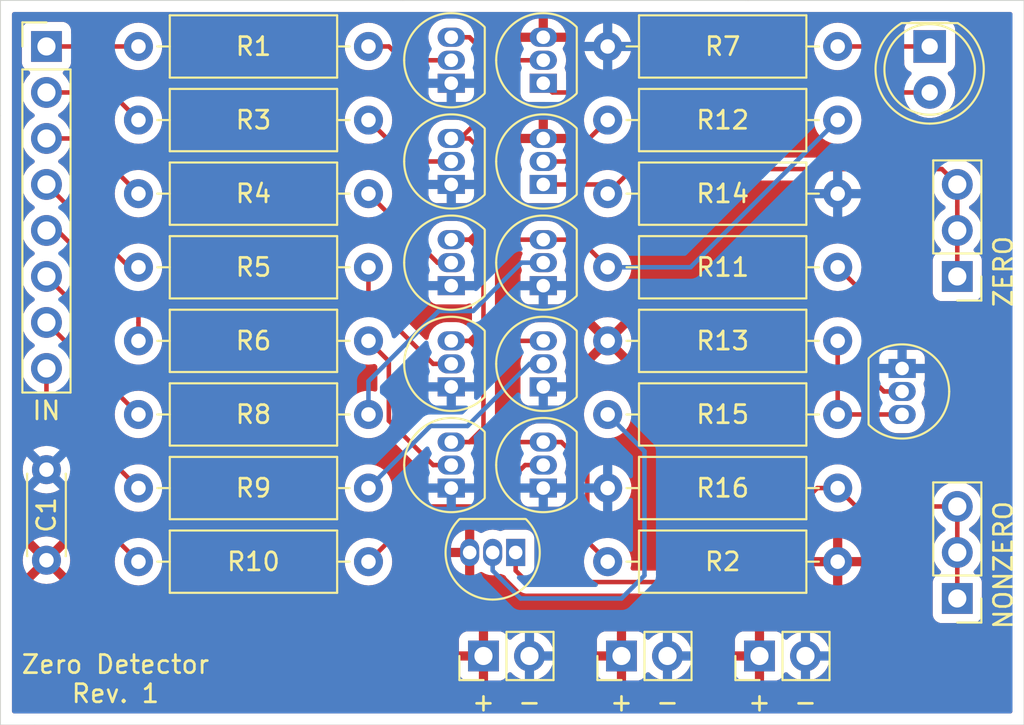
<source format=kicad_pcb>
(kicad_pcb (version 20221018) (generator pcbnew)
  (layers (0 "F.Cu" signal) (31 "B.Cu" signal) (34 "B.Paste" user) (35 "F.Paste" user) (36 "B.SilkS" user "B.Silkscreen") (37 "F.SilkS" user "F.Silkscreen") (38 "B.Mask" user) (39 "F.Mask" user) (44 "Edge.Cuts" user))
  (net 0 "")
  (net 1 "VCC")
  (net 2 "GND")
  (net 3 "Net-(D1-K)")
  (net 4 "Net-(D1-A)")
  (net 5 "Net-(J2-Pin_1)")
  (net 6 "Net-(J2-Pin_2)")
  (net 7 "Net-(J2-Pin_3)")
  (net 8 "Net-(J2-Pin_4)")
  (net 9 "Net-(J2-Pin_5)")
  (net 10 "Net-(J2-Pin_6)")
  (net 11 "Net-(J2-Pin_7)")
  (net 12 "Net-(J2-Pin_8)")
  (net 13 "Net-(J5-Pin_1)")
  (net 14 "Net-(J6-Pin_1)")
  (net 15 "Net-(Q1-C)")
  (net 16 "Net-(Q1-B)")
  (net 17 "Net-(Q2-B)")
  (net 18 "Net-(Q3-B)")
  (net 19 "Net-(Q4-B)")
  (net 20 "Net-(Q6-B)")
  (net 21 "Net-(Q7-B)")
  (net 22 "Net-(Q8-B)")
  (net 23 "Net-(Q9-B)")
  (net 24 "Net-(Q10-B)")
  (net 25 "Net-(Q10-C)")
  (net 26 "Net-(Q11-B)")
  (net 27 "Net-(Q12-B)")
  (footprint "Capacitor_THT:C_Disc_D4.3mm_W1.9mm_P5.00mm" (layer "F.Cu") (at 76.2 79.168 90)
    (fp_text reference "C1" (at 2.5 0 90) (layer "F.SilkS"))
    (fp_text value "0.1uF")
    (fp_line (start 0.23 -1.07) (end 0.23 -1.055) (stroke (width 0.12)) (layer "F.SilkS"))
    (fp_line (start 0.23 -1.07) (end 4.77 -1.07) (stroke (width 0.12)) (layer "F.SilkS"))
    (fp_line (start 0.23 1.055) (end 0.23 1.07) (stroke (width 0.12)) (layer "F.SilkS"))
    (fp_line (start 0.23 1.07) (end 4.77 1.07) (stroke (width 0.12)) (layer "F.SilkS"))
    (fp_line (start 4.77 -1.07) (end 4.77 -1.055) (stroke (width 0.12)) (layer "F.SilkS"))
    (fp_line (start 4.77 1.055) (end 4.77 1.07) (stroke (width 0.12)) (layer "F.SilkS"))
    (pad "1" thru_hole circle (at 0 0 90) (size 1.6 1.6) (drill 0.8) (layers "*.Cu" "*.Mask") (net 1 "VCC"))
    (pad "2" thru_hole circle (at 5 0 90) (size 1.6 1.6) (drill 0.8) (layers "*.Cu" "*.Mask") (net 2 "GND"))
  )
  (footprint "LED_THT:LED_D5.0mm" (layer "F.Cu") (at 124.968 50.8 -90)
    (fp_text reference "D1" hide)
    (fp_text value "LED" hide)
    (fp_line (start -1.29 -1.545) (end -1.29 1.545) (stroke (width 0.12)) (layer "F.SilkS"))
    (fp_arc (start -1.29 -1.54483) (mid 2.072002 -2.880433) (end 4.26 0.000462) (stroke (width 0.12)) (layer "F.SilkS"))
    (fp_arc (start 4.26 -0.000462) (mid 2.072002 2.880433) (end -1.29 1.54483) (stroke (width 0.12)) (layer "F.SilkS"))
    (fp_circle (center 1.27 0) (end 3.77 0) (stroke (width 0.12)) (fill none) (layer "F.SilkS"))
    (pad "1" thru_hole rect (at 0 0 270) (size 1.8 1.8) (drill 0.9) (layers "*.Cu" "*.Mask") (net 3 "Net-(D1-K)"))
    (pad "2" thru_hole circle (at 2.54 0 270) (size 1.8 1.8) (drill 0.9) (layers "*.Cu" "*.Mask") (net 4 "Net-(D1-A)"))
  )
  (footprint "Connector_PinHeader_2.54mm:PinHeader_1x02_P2.54mm_Vertical" (layer "F.Cu") (at 107.95 84.455 90)
    (fp_text reference "J1" hide)
    (fp_text value "POWER" hide)
    (fp_line (start -1.33 -1.33) (end 0 -1.33) (stroke (width 0.12)) (layer "F.SilkS"))
    (fp_line (start -1.33 0) (end -1.33 -1.33) (stroke (width 0.12)) (layer "F.SilkS"))
    (fp_line (start -1.33 1.27) (end -1.33 3.87) (stroke (width 0.12)) (layer "F.SilkS"))
    (fp_line (start -1.33 1.27) (end 1.33 1.27) (stroke (width 0.12)) (layer "F.SilkS"))
    (fp_line (start -1.33 3.87) (end 1.33 3.87) (stroke (width 0.12)) (layer "F.SilkS"))
    (fp_line (start 1.33 1.27) (end 1.33 3.87) (stroke (width 0.12)) (layer "F.SilkS"))
    (pad "1" thru_hole rect (at 0 0 90) (size 1.7 1.7) (drill 1) (layers "*.Cu" "*.Mask") (net 1 "VCC"))
    (pad "2" thru_hole oval (at 0 2.54 90) (size 1.7 1.7) (drill 1) (layers "*.Cu" "*.Mask") (net 2 "GND"))
  )
  (footprint "Connector_PinHeader_2.54mm:PinHeader_1x02_P2.54mm_Vertical" (layer "F.Cu") (at 115.57 84.455 90)
    (fp_text reference "J3" hide)
    (fp_text value "POWER" hide)
    (fp_line (start -1.33 -1.33) (end 0 -1.33) (stroke (width 0.12)) (layer "F.SilkS"))
    (fp_line (start -1.33 0) (end -1.33 -1.33) (stroke (width 0.12)) (layer "F.SilkS"))
    (fp_line (start -1.33 1.27) (end -1.33 3.87) (stroke (width 0.12)) (layer "F.SilkS"))
    (fp_line (start -1.33 1.27) (end 1.33 1.27) (stroke (width 0.12)) (layer "F.SilkS"))
    (fp_line (start -1.33 3.87) (end 1.33 3.87) (stroke (width 0.12)) (layer "F.SilkS"))
    (fp_line (start 1.33 1.27) (end 1.33 3.87) (stroke (width 0.12)) (layer "F.SilkS"))
    (pad "1" thru_hole rect (at 0 0 90) (size 1.7 1.7) (drill 1) (layers "*.Cu" "*.Mask") (net 1 "VCC"))
    (pad "2" thru_hole oval (at 0 2.54 90) (size 1.7 1.7) (drill 1) (layers "*.Cu" "*.Mask") (net 2 "GND"))
  )
  (footprint "Connector_PinHeader_2.54mm:PinHeader_1x02_P2.54mm_Vertical" (layer "F.Cu") (at 100.33 84.455 90)
    (fp_text reference "J4" hide)
    (fp_text value "POWER" hide)
    (fp_line (start -1.33 -1.33) (end 0 -1.33) (stroke (width 0.12)) (layer "F.SilkS"))
    (fp_line (start -1.33 0) (end -1.33 -1.33) (stroke (width 0.12)) (layer "F.SilkS"))
    (fp_line (start -1.33 1.27) (end -1.33 3.87) (stroke (width 0.12)) (layer "F.SilkS"))
    (fp_line (start -1.33 1.27) (end 1.33 1.27) (stroke (width 0.12)) (layer "F.SilkS"))
    (fp_line (start -1.33 3.87) (end 1.33 3.87) (stroke (width 0.12)) (layer "F.SilkS"))
    (fp_line (start 1.33 1.27) (end 1.33 3.87) (stroke (width 0.12)) (layer "F.SilkS"))
    (pad "1" thru_hole rect (at 0 0 90) (size 1.7 1.7) (drill 1) (layers "*.Cu" "*.Mask") (net 1 "VCC"))
    (pad "2" thru_hole oval (at 0 2.54 90) (size 1.7 1.7) (drill 1) (layers "*.Cu" "*.Mask") (net 2 "GND"))
  )
  (footprint "Package_TO_SOT_THT:TO-92_Inline" (layer "F.Cu") (at 98.552 58.42 90)
    (fp_text reference "Q1" hide)
    (fp_text value "2N2222" hide)
    (fp_line (start -0.53 1.85) (end 3.07 1.85) (stroke (width 0.12)) (layer "F.SilkS"))
    (fp_arc (start -0.568478 1.838478) (mid -1.132087 -0.994977) (end 1.27 -2.6) (stroke (width 0.12)) (layer "F.SilkS"))
    (fp_arc (start 1.27 -2.6) (mid 3.672087 -0.994977) (end 3.108478 1.838478) (stroke (width 0.12)) (layer "F.SilkS"))
    (pad "1" thru_hole rect (at 0 0 90) (size 1.05 1.5) (drill 0.75) (layers "*.Cu" "*.Mask") (net 2 "GND"))
    (pad "2" thru_hole oval (at 1.27 0 90) (size 1.05 1.5) (drill 0.75) (layers "*.Cu" "*.Mask") (net 16 "Net-(Q1-B)"))
    (pad "3" thru_hole oval (at 2.54 0 90) (size 1.05 1.5) (drill 0.75) (layers "*.Cu" "*.Mask") (net 15 "Net-(Q1-C)"))
  )
  (footprint "Package_TO_SOT_THT:TO-92_Inline" (layer "F.Cu") (at 98.552 52.832 90)
    (fp_text reference "Q2" hide)
    (fp_text value "2N2222" hide)
    (fp_line (start -0.53 1.85) (end 3.07 1.85) (stroke (width 0.12)) (layer "F.SilkS"))
    (fp_arc (start -0.568478 1.838478) (mid -1.132087 -0.994977) (end 1.27 -2.6) (stroke (width 0.12)) (layer "F.SilkS"))
    (fp_arc (start 1.27 -2.6) (mid 3.672087 -0.994977) (end 3.108478 1.838478) (stroke (width 0.12)) (layer "F.SilkS"))
    (pad "1" thru_hole rect (at 0 0 90) (size 1.05 1.5) (drill 0.75) (layers "*.Cu" "*.Mask") (net 2 "GND"))
    (pad "2" thru_hole oval (at 1.27 0 90) (size 1.05 1.5) (drill 0.75) (layers "*.Cu" "*.Mask") (net 17 "Net-(Q2-B)"))
    (pad "3" thru_hole oval (at 2.54 0 90) (size 1.05 1.5) (drill 0.75) (layers "*.Cu" "*.Mask") (net 15 "Net-(Q1-C)"))
  )
  (footprint "Package_TO_SOT_THT:TO-92_Inline" (layer "F.Cu") (at 98.552 64.008 90)
    (fp_text reference "Q3" hide)
    (fp_text value "2N2222" hide)
    (fp_line (start -0.53 1.85) (end 3.07 1.85) (stroke (width 0.12)) (layer "F.SilkS"))
    (fp_arc (start -0.568478 1.838478) (mid -1.132087 -0.994977) (end 1.27 -2.6) (stroke (width 0.12)) (layer "F.SilkS"))
    (fp_arc (start 1.27 -2.6) (mid 3.672087 -0.994977) (end 3.108478 1.838478) (stroke (width 0.12)) (layer "F.SilkS"))
    (pad "1" thru_hole rect (at 0 0 90) (size 1.05 1.5) (drill 0.75) (layers "*.Cu" "*.Mask") (net 2 "GND"))
    (pad "2" thru_hole oval (at 1.27 0 90) (size 1.05 1.5) (drill 0.75) (layers "*.Cu" "*.Mask") (net 18 "Net-(Q3-B)"))
    (pad "3" thru_hole oval (at 2.54 0 90) (size 1.05 1.5) (drill 0.75) (layers "*.Cu" "*.Mask") (net 15 "Net-(Q1-C)"))
  )
  (footprint "Package_TO_SOT_THT:TO-92_Inline" (layer "F.Cu") (at 98.552 69.596 90)
    (fp_text reference "Q4" hide)
    (fp_text value "2N2222" hide)
    (fp_line (start -0.53 1.85) (end 3.07 1.85) (stroke (width 0.12)) (layer "F.SilkS"))
    (fp_arc (start -0.568478 1.838478) (mid -1.132087 -0.994977) (end 1.27 -2.6) (stroke (width 0.12)) (layer "F.SilkS"))
    (fp_arc (start 1.27 -2.6) (mid 3.672087 -0.994977) (end 3.108478 1.838478) (stroke (width 0.12)) (layer "F.SilkS"))
    (pad "1" thru_hole rect (at 0 0 90) (size 1.05 1.5) (drill 0.75) (layers "*.Cu" "*.Mask") (net 2 "GND"))
    (pad "2" thru_hole oval (at 1.27 0 90) (size 1.05 1.5) (drill 0.75) (layers "*.Cu" "*.Mask") (net 19 "Net-(Q4-B)"))
    (pad "3" thru_hole oval (at 2.54 0 90) (size 1.05 1.5) (drill 0.75) (layers "*.Cu" "*.Mask") (net 15 "Net-(Q1-C)"))
  )
  (footprint "Package_TO_SOT_THT:TO-92_Inline" (layer "F.Cu") (at 103.632 52.832 90)
    (fp_text reference "Q5" hide)
    (fp_text value "2N2222" hide)
    (fp_line (start -0.53 1.85) (end 3.07 1.85) (stroke (width 0.12)) (layer "F.SilkS"))
    (fp_arc (start -0.568478 1.838478) (mid -1.132087 -0.994977) (end 1.27 -2.6) (stroke (width 0.12)) (layer "F.SilkS"))
    (fp_arc (start 1.27 -2.6) (mid 3.672087 -0.994977) (end 3.108478 1.838478) (stroke (width 0.12)) (layer "F.SilkS"))
    (pad "1" thru_hole rect (at 0 0 90) (size 1.05 1.5) (drill 0.75) (layers "*.Cu" "*.Mask") (net 4 "Net-(D1-A)"))
    (pad "2" thru_hole oval (at 1.27 0 90) (size 1.05 1.5) (drill 0.75) (layers "*.Cu" "*.Mask") (net 15 "Net-(Q1-C)"))
    (pad "3" thru_hole oval (at 2.54 0 90) (size 1.05 1.5) (drill 0.75) (layers "*.Cu" "*.Mask") (net 1 "VCC"))
  )
  (footprint "Package_TO_SOT_THT:TO-92_Inline" (layer "F.Cu") (at 98.552 75.184 90)
    (fp_text reference "Q6" hide)
    (fp_text value "2N2222" hide)
    (fp_line (start -0.53 1.85) (end 3.07 1.85) (stroke (width 0.12)) (layer "F.SilkS"))
    (fp_arc (start -0.568478 1.838478) (mid -1.132087 -0.994977) (end 1.27 -2.6) (stroke (width 0.12)) (layer "F.SilkS"))
    (fp_arc (start 1.27 -2.6) (mid 3.672087 -0.994977) (end 3.108478 1.838478) (stroke (width 0.12)) (layer "F.SilkS"))
    (pad "1" thru_hole rect (at 0 0 90) (size 1.05 1.5) (drill 0.75) (layers "*.Cu" "*.Mask") (net 2 "GND"))
    (pad "2" thru_hole oval (at 1.27 0 90) (size 1.05 1.5) (drill 0.75) (layers "*.Cu" "*.Mask") (net 20 "Net-(Q6-B)"))
    (pad "3" thru_hole oval (at 2.54 0 90) (size 1.05 1.5) (drill 0.75) (layers "*.Cu" "*.Mask") (net 15 "Net-(Q1-C)"))
  )
  (footprint "Package_TO_SOT_THT:TO-92_Inline" (layer "F.Cu") (at 103.632 64.008 90)
    (fp_text reference "Q7" hide)
    (fp_text value "2N2222" hide)
    (fp_line (start -0.53 1.85) (end 3.07 1.85) (stroke (width 0.12)) (layer "F.SilkS"))
    (fp_arc (start -0.568478 1.838478) (mid -1.132087 -0.994977) (end 1.27 -2.6) (stroke (width 0.12)) (layer "F.SilkS"))
    (fp_arc (start 1.27 -2.6) (mid 3.672087 -0.994977) (end 3.108478 1.838478) (stroke (width 0.12)) (layer "F.SilkS"))
    (pad "1" thru_hole rect (at 0 0 90) (size 1.05 1.5) (drill 0.75) (layers "*.Cu" "*.Mask") (net 2 "GND"))
    (pad "2" thru_hole oval (at 1.27 0 90) (size 1.05 1.5) (drill 0.75) (layers "*.Cu" "*.Mask") (net 21 "Net-(Q7-B)"))
    (pad "3" thru_hole oval (at 2.54 0 90) (size 1.05 1.5) (drill 0.75) (layers "*.Cu" "*.Mask") (net 15 "Net-(Q1-C)"))
  )
  (footprint "Package_TO_SOT_THT:TO-92_Inline" (layer "F.Cu") (at 103.632 69.596 90)
    (fp_text reference "Q8" hide)
    (fp_text value "2N2222" hide)
    (fp_line (start -0.53 1.85) (end 3.07 1.85) (stroke (width 0.12)) (layer "F.SilkS"))
    (fp_arc (start -0.568478 1.838478) (mid -1.132087 -0.994977) (end 1.27 -2.6) (stroke (width 0.12)) (layer "F.SilkS"))
    (fp_arc (start 1.27 -2.6) (mid 3.672087 -0.994977) (end 3.108478 1.838478) (stroke (width 0.12)) (layer "F.SilkS"))
    (pad "1" thru_hole rect (at 0 0 90) (size 1.05 1.5) (drill 0.75) (layers "*.Cu" "*.Mask") (net 2 "GND"))
    (pad "2" thru_hole oval (at 1.27 0 90) (size 1.05 1.5) (drill 0.75) (layers "*.Cu" "*.Mask") (net 22 "Net-(Q8-B)"))
    (pad "3" thru_hole oval (at 2.54 0 90) (size 1.05 1.5) (drill 0.75) (layers "*.Cu" "*.Mask") (net 15 "Net-(Q1-C)"))
  )
  (footprint "Package_TO_SOT_THT:TO-92_Inline" (layer "F.Cu") (at 103.632 75.184 90)
    (fp_text reference "Q9" hide)
    (fp_text value "2N2222" hide)
    (fp_line (start -0.53 1.85) (end 3.07 1.85) (stroke (width 0.12)) (layer "F.SilkS"))
    (fp_arc (start -0.568478 1.838478) (mid -1.132087 -0.994977) (end 1.27 -2.6) (stroke (width 0.12)) (layer "F.SilkS"))
    (fp_arc (start 1.27 -2.6) (mid 3.672087 -0.994977) (end 3.108478 1.838478) (stroke (width 0.12)) (layer "F.SilkS"))
    (pad "1" thru_hole rect (at 0 0 90) (size 1.05 1.5) (drill 0.75) (layers "*.Cu" "*.Mask") (net 2 "GND"))
    (pad "2" thru_hole oval (at 1.27 0 90) (size 1.05 1.5) (drill 0.75) (layers "*.Cu" "*.Mask") (net 23 "Net-(Q9-B)"))
    (pad "3" thru_hole oval (at 2.54 0 90) (size 1.05 1.5) (drill 0.75) (layers "*.Cu" "*.Mask") (net 15 "Net-(Q1-C)"))
  )
  (footprint "Package_TO_SOT_THT:TO-92_Inline" (layer "F.Cu") (at 123.444 68.58 -90)
    (fp_text reference "Q10" hide)
    (fp_text value "2N2222" hide)
    (fp_line (start -0.53 1.85) (end 3.07 1.85) (stroke (width 0.12)) (layer "F.SilkS"))
    (fp_arc (start -0.568478 1.838478) (mid -1.132087 -0.994977) (end 1.27 -2.6) (stroke (width 0.12)) (layer "F.SilkS"))
    (fp_arc (start 1.27 -2.6) (mid 3.672087 -0.994977) (end 3.108478 1.838478) (stroke (width 0.12)) (layer "F.SilkS"))
    (pad "1" thru_hole rect (at 0 0 270) (size 1.05 1.5) (drill 0.75) (layers "*.Cu" "*.Mask") (net 2 "GND"))
    (pad "2" thru_hole oval (at 1.27 0 270) (size 1.05 1.5) (drill 0.75) (layers "*.Cu" "*.Mask") (net 24 "Net-(Q10-B)"))
    (pad "3" thru_hole oval (at 2.54 0 270) (size 1.05 1.5) (drill 0.75) (layers "*.Cu" "*.Mask") (net 25 "Net-(Q10-C)"))
  )
  (footprint "Package_TO_SOT_THT:TO-92_Inline" (layer "F.Cu") (at 103.632 58.42 90)
    (fp_text reference "Q11" hide)
    (fp_text value "2N2222" hide)
    (fp_line (start -0.53 1.85) (end 3.07 1.85) (stroke (width 0.12)) (layer "F.SilkS"))
    (fp_arc (start -0.568478 1.838478) (mid -1.132087 -0.994977) (end 1.27 -2.6) (stroke (width 0.12)) (layer "F.SilkS"))
    (fp_arc (start 1.27 -2.6) (mid 3.672087 -0.994977) (end 3.108478 1.838478) (stroke (width 0.12)) (layer "F.SilkS"))
    (pad "1" thru_hole rect (at 0 0 90) (size 1.05 1.5) (drill 0.75) (layers "*.Cu" "*.Mask") (net 13 "Net-(J5-Pin_1)"))
    (pad "2" thru_hole oval (at 1.27 0 90) (size 1.05 1.5) (drill 0.75) (layers "*.Cu" "*.Mask") (net 26 "Net-(Q11-B)"))
    (pad "3" thru_hole oval (at 2.54 0 90) (size 1.05 1.5) (drill 0.75) (layers "*.Cu" "*.Mask") (net 1 "VCC"))
  )
  (footprint "Package_TO_SOT_THT:TO-92_Inline" (layer "F.Cu") (at 102.108 78.74 180)
    (fp_text reference "Q12" hide)
    (fp_text value "2N2222" hide)
    (fp_line (start -0.53 1.85) (end 3.07 1.85) (stroke (width 0.12)) (layer "F.SilkS"))
    (fp_arc (start -0.568478 1.838478) (mid -1.132087 -0.994977) (end 1.27 -2.6) (stroke (width 0.12)) (layer "F.SilkS"))
    (fp_arc (start 1.27 -2.6) (mid 3.672087 -0.994977) (end 3.108478 1.838478) (stroke (width 0.12)) (layer "F.SilkS"))
    (pad "1" thru_hole rect (at 0 0 180) (size 1.05 1.5) (drill 0.75) (layers "*.Cu" "*.Mask") (net 14 "Net-(J6-Pin_1)"))
    (pad "2" thru_hole oval (at 1.27 0 180) (size 1.05 1.5) (drill 0.75) (layers "*.Cu" "*.Mask") (net 27 "Net-(Q12-B)"))
    (pad "3" thru_hole oval (at 2.54 0 180) (size 1.05 1.5) (drill 0.75) (layers "*.Cu" "*.Mask") (net 1 "VCC"))
  )
  (footprint "Resistor_THT:R_Axial_DIN0309_L9.0mm_D3.2mm_P12.70mm_Horizontal" (layer "F.Cu") (at 107.188 79.248)
    (fp_text reference "R2" (at 6.35 0) (layer "F.SilkS"))
    (fp_text value "1K")
    (fp_line (start 1.04 0) (end 1.73 0) (stroke (width 0.12)) (layer "F.SilkS"))
    (fp_line (start 1.73 -1.72) (end 1.73 1.72) (stroke (width 0.12)) (layer "F.SilkS"))
    (fp_line (start 1.73 1.72) (end 10.97 1.72) (stroke (width 0.12)) (layer "F.SilkS"))
    (fp_line (start 10.97 -1.72) (end 1.73 -1.72) (stroke (width 0.12)) (layer "F.SilkS"))
    (fp_line (start 10.97 1.72) (end 10.97 -1.72) (stroke (width 0.12)) (layer "F.SilkS"))
    (fp_line (start 11.66 0) (end 10.97 0) (stroke (width 0.12)) (layer "F.SilkS"))
    (pad "1" thru_hole circle (at 0 0) (size 1.6 1.6) (drill 0.8) (layers "*.Cu" "*.Mask") (net 15 "Net-(Q1-C)"))
    (pad "2" thru_hole oval (at 12.7 0) (size 1.6 1.6) (drill 0.8) (layers "*.Cu" "*.Mask") (net 1 "VCC"))
  )
  (footprint "Resistor_THT:R_Axial_DIN0309_L9.0mm_D3.2mm_P12.70mm_Horizontal" (layer "F.Cu") (at 93.98 54.864 180)
    (fp_text reference "R3" (at 6.35 0) (layer "F.SilkS"))
    (fp_text value "10K")
    (fp_line (start 1.04 0) (end 1.73 0) (stroke (width 0.12)) (layer "F.SilkS"))
    (fp_line (start 1.73 -1.72) (end 1.73 1.72) (stroke (width 0.12)) (layer "F.SilkS"))
    (fp_line (start 1.73 1.72) (end 10.97 1.72) (stroke (width 0.12)) (layer "F.SilkS"))
    (fp_line (start 10.97 -1.72) (end 1.73 -1.72) (stroke (width 0.12)) (layer "F.SilkS"))
    (fp_line (start 10.97 1.72) (end 10.97 -1.72) (stroke (width 0.12)) (layer "F.SilkS"))
    (fp_line (start 11.66 0) (end 10.97 0) (stroke (width 0.12)) (layer "F.SilkS"))
    (pad "1" thru_hole circle (at 0 0 180) (size 1.6 1.6) (drill 0.8) (layers "*.Cu" "*.Mask") (net 16 "Net-(Q1-B)"))
    (pad "2" thru_hole oval (at 12.7 0 180) (size 1.6 1.6) (drill 0.8) (layers "*.Cu" "*.Mask") (net 6 "Net-(J2-Pin_2)"))
  )
  (footprint "Resistor_THT:R_Axial_DIN0309_L9.0mm_D3.2mm_P12.70mm_Horizontal" (layer "F.Cu") (at 93.98 58.928 180)
    (fp_text reference "R4" (at 6.35 0) (layer "F.SilkS"))
    (fp_text value "10K")
    (fp_line (start 1.04 0) (end 1.73 0) (stroke (width 0.12)) (layer "F.SilkS"))
    (fp_line (start 1.73 -1.72) (end 1.73 1.72) (stroke (width 0.12)) (layer "F.SilkS"))
    (fp_line (start 1.73 1.72) (end 10.97 1.72) (stroke (width 0.12)) (layer "F.SilkS"))
    (fp_line (start 10.97 -1.72) (end 1.73 -1.72) (stroke (width 0.12)) (layer "F.SilkS"))
    (fp_line (start 10.97 1.72) (end 10.97 -1.72) (stroke (width 0.12)) (layer "F.SilkS"))
    (fp_line (start 11.66 0) (end 10.97 0) (stroke (width 0.12)) (layer "F.SilkS"))
    (pad "1" thru_hole circle (at 0 0 180) (size 1.6 1.6) (drill 0.8) (layers "*.Cu" "*.Mask") (net 18 "Net-(Q3-B)"))
    (pad "2" thru_hole oval (at 12.7 0 180) (size 1.6 1.6) (drill 0.8) (layers "*.Cu" "*.Mask") (net 7 "Net-(J2-Pin_3)"))
  )
  (footprint "Resistor_THT:R_Axial_DIN0309_L9.0mm_D3.2mm_P12.70mm_Horizontal" (layer "F.Cu") (at 93.98 62.992 180)
    (fp_text reference "R5" (at 6.35 0) (layer "F.SilkS"))
    (fp_text value "10K")
    (fp_line (start 1.04 0) (end 1.73 0) (stroke (width 0.12)) (layer "F.SilkS"))
    (fp_line (start 1.73 -1.72) (end 1.73 1.72) (stroke (width 0.12)) (layer "F.SilkS"))
    (fp_line (start 1.73 1.72) (end 10.97 1.72) (stroke (width 0.12)) (layer "F.SilkS"))
    (fp_line (start 10.97 -1.72) (end 1.73 -1.72) (stroke (width 0.12)) (layer "F.SilkS"))
    (fp_line (start 10.97 1.72) (end 10.97 -1.72) (stroke (width 0.12)) (layer "F.SilkS"))
    (fp_line (start 11.66 0) (end 10.97 0) (stroke (width 0.12)) (layer "F.SilkS"))
    (pad "1" thru_hole circle (at 0 0 180) (size 1.6 1.6) (drill 0.8) (layers "*.Cu" "*.Mask") (net 19 "Net-(Q4-B)"))
    (pad "2" thru_hole oval (at 12.7 0 180) (size 1.6 1.6) (drill 0.8) (layers "*.Cu" "*.Mask") (net 8 "Net-(J2-Pin_4)"))
  )
  (footprint "Resistor_THT:R_Axial_DIN0309_L9.0mm_D3.2mm_P12.70mm_Horizontal" (layer "F.Cu") (at 93.98 67.056 180)
    (fp_text reference "R6" (at 6.35 0) (layer "F.SilkS"))
    (fp_text value "10K")
    (fp_line (start 1.04 0) (end 1.73 0) (stroke (width 0.12)) (layer "F.SilkS"))
    (fp_line (start 1.73 -1.72) (end 1.73 1.72) (stroke (width 0.12)) (layer "F.SilkS"))
    (fp_line (start 1.73 1.72) (end 10.97 1.72) (stroke (width 0.12)) (layer "F.SilkS"))
    (fp_line (start 10.97 -1.72) (end 1.73 -1.72) (stroke (width 0.12)) (layer "F.SilkS"))
    (fp_line (start 10.97 1.72) (end 10.97 -1.72) (stroke (width 0.12)) (layer "F.SilkS"))
    (fp_line (start 11.66 0) (end 10.97 0) (stroke (width 0.12)) (layer "F.SilkS"))
    (pad "1" thru_hole circle (at 0 0 180) (size 1.6 1.6) (drill 0.8) (layers "*.Cu" "*.Mask") (net 20 "Net-(Q6-B)"))
    (pad "2" thru_hole oval (at 12.7 0 180) (size 1.6 1.6) (drill 0.8) (layers "*.Cu" "*.Mask") (net 9 "Net-(J2-Pin_5)"))
  )
  (footprint "Resistor_THT:R_Axial_DIN0309_L9.0mm_D3.2mm_P12.70mm_Horizontal" (layer "F.Cu") (at 119.888 50.8 180)
    (fp_text reference "R7" (at 6.35 0) (layer "F.SilkS"))
    (fp_text value "1K")
    (fp_line (start 1.04 0) (end 1.73 0) (stroke (width 0.12)) (layer "F.SilkS"))
    (fp_line (start 1.73 -1.72) (end 1.73 1.72) (stroke (width 0.12)) (layer "F.SilkS"))
    (fp_line (start 1.73 1.72) (end 10.97 1.72) (stroke (width 0.12)) (layer "F.SilkS"))
    (fp_line (start 10.97 -1.72) (end 1.73 -1.72) (stroke (width 0.12)) (layer "F.SilkS"))
    (fp_line (start 10.97 1.72) (end 10.97 -1.72) (stroke (width 0.12)) (layer "F.SilkS"))
    (fp_line (start 11.66 0) (end 10.97 0) (stroke (width 0.12)) (layer "F.SilkS"))
    (pad "1" thru_hole circle (at 0 0 180) (size 1.6 1.6) (drill 0.8) (layers "*.Cu" "*.Mask") (net 3 "Net-(D1-K)"))
    (pad "2" thru_hole oval (at 12.7 0 180) (size 1.6 1.6) (drill 0.8) (layers "*.Cu" "*.Mask") (net 2 "GND"))
  )
  (footprint "Resistor_THT:R_Axial_DIN0309_L9.0mm_D3.2mm_P12.70mm_Horizontal" (layer "F.Cu") (at 93.98 71.12 180)
    (fp_text reference "R8" (at 6.35 0) (layer "F.SilkS"))
    (fp_text value "10K")
    (fp_line (start 1.04 0) (end 1.73 0) (stroke (width 0.12)) (layer "F.SilkS"))
    (fp_line (start 1.73 -1.72) (end 1.73 1.72) (stroke (width 0.12)) (layer "F.SilkS"))
    (fp_line (start 1.73 1.72) (end 10.97 1.72) (stroke (width 0.12)) (layer "F.SilkS"))
    (fp_line (start 10.97 -1.72) (end 1.73 -1.72) (stroke (width 0.12)) (layer "F.SilkS"))
    (fp_line (start 10.97 1.72) (end 10.97 -1.72) (stroke (width 0.12)) (layer "F.SilkS"))
    (fp_line (start 11.66 0) (end 10.97 0) (stroke (width 0.12)) (layer "F.SilkS"))
    (pad "1" thru_hole circle (at 0 0 180) (size 1.6 1.6) (drill 0.8) (layers "*.Cu" "*.Mask") (net 21 "Net-(Q7-B)"))
    (pad "2" thru_hole oval (at 12.7 0 180) (size 1.6 1.6) (drill 0.8) (layers "*.Cu" "*.Mask") (net 10 "Net-(J2-Pin_6)"))
  )
  (footprint "Resistor_THT:R_Axial_DIN0309_L9.0mm_D3.2mm_P12.70mm_Horizontal" (layer "F.Cu") (at 93.98 75.184 180)
    (fp_text reference "R9" (at 6.35 0) (layer "F.SilkS"))
    (fp_text value "10K")
    (fp_line (start 1.04 0) (end 1.73 0) (stroke (width 0.12)) (layer "F.SilkS"))
    (fp_line (start 1.73 -1.72) (end 1.73 1.72) (stroke (width 0.12)) (layer "F.SilkS"))
    (fp_line (start 1.73 1.72) (end 10.97 1.72) (stroke (width 0.12)) (layer "F.SilkS"))
    (fp_line (start 10.97 -1.72) (end 1.73 -1.72) (stroke (width 0.12)) (layer "F.SilkS"))
    (fp_line (start 10.97 1.72) (end 10.97 -1.72) (stroke (width 0.12)) (layer "F.SilkS"))
    (fp_line (start 11.66 0) (end 10.97 0) (stroke (width 0.12)) (layer "F.SilkS"))
    (pad "1" thru_hole circle (at 0 0 180) (size 1.6 1.6) (drill 0.8) (layers "*.Cu" "*.Mask") (net 22 "Net-(Q8-B)"))
    (pad "2" thru_hole oval (at 12.7 0 180) (size 1.6 1.6) (drill 0.8) (layers "*.Cu" "*.Mask") (net 11 "Net-(J2-Pin_7)"))
  )
  (footprint "Resistor_THT:R_Axial_DIN0309_L9.0mm_D3.2mm_P12.70mm_Horizontal" (layer "F.Cu") (at 93.98 79.248 180)
    (fp_text reference "R10" (at 6.35 0) (layer "F.SilkS"))
    (fp_text value "10K")
    (fp_line (start 1.04 0) (end 1.73 0) (stroke (width 0.12)) (layer "F.SilkS"))
    (fp_line (start 1.73 -1.72) (end 1.73 1.72) (stroke (width 0.12)) (layer "F.SilkS"))
    (fp_line (start 1.73 1.72) (end 10.97 1.72) (stroke (width 0.12)) (layer "F.SilkS"))
    (fp_line (start 10.97 -1.72) (end 1.73 -1.72) (stroke (width 0.12)) (layer "F.SilkS"))
    (fp_line (start 10.97 1.72) (end 10.97 -1.72) (stroke (width 0.12)) (layer "F.SilkS"))
    (fp_line (start 11.66 0) (end 10.97 0) (stroke (width 0.12)) (layer "F.SilkS"))
    (pad "1" thru_hole circle (at 0 0 180) (size 1.6 1.6) (drill 0.8) (layers "*.Cu" "*.Mask") (net 23 "Net-(Q9-B)"))
    (pad "2" thru_hole oval (at 12.7 0 180) (size 1.6 1.6) (drill 0.8) (layers "*.Cu" "*.Mask") (net 12 "Net-(J2-Pin_8)"))
  )
  (footprint "Resistor_THT:R_Axial_DIN0309_L9.0mm_D3.2mm_P12.70mm_Horizontal" (layer "F.Cu") (at 119.888 62.992 180)
    (fp_text reference "R11" (at 6.35 0) (layer "F.SilkS"))
    (fp_text value "10K")
    (fp_line (start 1.04 0) (end 1.73 0) (stroke (width 0.12)) (layer "F.SilkS"))
    (fp_line (start 1.73 -1.72) (end 1.73 1.72) (stroke (width 0.12)) (layer "F.SilkS"))
    (fp_line (start 1.73 1.72) (end 10.97 1.72) (stroke (width 0.12)) (layer "F.SilkS"))
    (fp_line (start 10.97 -1.72) (end 1.73 -1.72) (stroke (width 0.12)) (layer "F.SilkS"))
    (fp_line (start 10.97 1.72) (end 10.97 -1.72) (stroke (width 0.12)) (layer "F.SilkS"))
    (fp_line (start 11.66 0) (end 10.97 0) (stroke (width 0.12)) (layer "F.SilkS"))
    (pad "1" thru_hole circle (at 0 0 180) (size 1.6 1.6) (drill 0.8) (layers "*.Cu" "*.Mask") (net 24 "Net-(Q10-B)"))
    (pad "2" thru_hole oval (at 12.7 0 180) (size 1.6 1.6) (drill 0.8) (layers "*.Cu" "*.Mask") (net 15 "Net-(Q1-C)"))
  )
  (footprint "Resistor_THT:R_Axial_DIN0309_L9.0mm_D3.2mm_P12.70mm_Horizontal" (layer "F.Cu") (at 107.188 54.864)
    (fp_text reference "R12" (at 6.35 0) (layer "F.SilkS"))
    (fp_text value "10K")
    (fp_line (start 1.04 0) (end 1.73 0) (stroke (width 0.12)) (layer "F.SilkS"))
    (fp_line (start 1.73 -1.72) (end 1.73 1.72) (stroke (width 0.12)) (layer "F.SilkS"))
    (fp_line (start 1.73 1.72) (end 10.97 1.72) (stroke (width 0.12)) (layer "F.SilkS"))
    (fp_line (start 10.97 -1.72) (end 1.73 -1.72) (stroke (width 0.12)) (layer "F.SilkS"))
    (fp_line (start 10.97 1.72) (end 10.97 -1.72) (stroke (width 0.12)) (layer "F.SilkS"))
    (fp_line (start 11.66 0) (end 10.97 0) (stroke (width 0.12)) (layer "F.SilkS"))
    (pad "1" thru_hole circle (at 0 0) (size 1.6 1.6) (drill 0.8) (layers "*.Cu" "*.Mask") (net 26 "Net-(Q11-B)"))
    (pad "2" thru_hole oval (at 12.7 0) (size 1.6 1.6) (drill 0.8) (layers "*.Cu" "*.Mask") (net 15 "Net-(Q1-C)"))
  )
  (footprint "Resistor_THT:R_Axial_DIN0309_L9.0mm_D3.2mm_P12.70mm_Horizontal" (layer "F.Cu") (at 107.188 67.056)
    (fp_text reference "R13" (at 6.35 0) (layer "F.SilkS"))
    (fp_text value "1K")
    (fp_line (start 1.04 0) (end 1.73 0) (stroke (width 0.12)) (layer "F.SilkS"))
    (fp_line (start 1.73 -1.72) (end 1.73 1.72) (stroke (width 0.12)) (layer "F.SilkS"))
    (fp_line (start 1.73 1.72) (end 10.97 1.72) (stroke (width 0.12)) (layer "F.SilkS"))
    (fp_line (start 10.97 -1.72) (end 1.73 -1.72) (stroke (width 0.12)) (layer "F.SilkS"))
    (fp_line (start 10.97 1.72) (end 10.97 -1.72) (stroke (width 0.12)) (layer "F.SilkS"))
    (fp_line (start 11.66 0) (end 10.97 0) (stroke (width 0.12)) (layer "F.SilkS"))
    (pad "1" thru_hole circle (at 0 0) (size 1.6 1.6) (drill 0.8) (layers "*.Cu" "*.Mask") (net 1 "VCC"))
    (pad "2" thru_hole oval (at 12.7 0) (size 1.6 1.6) (drill 0.8) (layers "*.Cu" "*.Mask") (net 25 "Net-(Q10-C)"))
  )
  (footprint "Resistor_THT:R_Axial_DIN0309_L9.0mm_D3.2mm_P12.70mm_Horizontal" (layer "F.Cu") (at 107.188 58.928)
    (fp_text reference "R14" (at 6.35 0) (layer "F.SilkS"))
    (fp_text value "1K")
    (fp_line (start 1.04 0) (end 1.73 0) (stroke (width 0.12)) (layer "F.SilkS"))
    (fp_line (start 1.73 -1.72) (end 1.73 1.72) (stroke (width 0.12)) (layer "F.SilkS"))
    (fp_line (start 1.73 1.72) (end 10.97 1.72) (stroke (width 0.12)) (layer "F.SilkS"))
    (fp_line (start 10.97 -1.72) (end 1.73 -1.72) (stroke (width 0.12)) (layer "F.SilkS"))
    (fp_line (start 10.97 1.72) (end 10.97 -1.72) (stroke (width 0.12)) (layer "F.SilkS"))
    (fp_line (start 11.66 0) (end 10.97 0) (stroke (width 0.12)) (layer "F.SilkS"))
    (pad "1" thru_hole circle (at 0 0) (size 1.6 1.6) (drill 0.8) (layers "*.Cu" "*.Mask") (net 13 "Net-(J5-Pin_1)"))
    (pad "2" thru_hole oval (at 12.7 0) (size 1.6 1.6) (drill 0.8) (layers "*.Cu" "*.Mask") (net 2 "GND"))
  )
  (footprint "Resistor_THT:R_Axial_DIN0309_L9.0mm_D3.2mm_P12.70mm_Horizontal" (layer "F.Cu") (at 107.188 71.12)
    (fp_text reference "R15" (at 6.35 0) (layer "F.SilkS"))
    (fp_text value "10K")
    (fp_line (start 1.04 0) (end 1.73 0) (stroke (width 0.12)) (layer "F.SilkS"))
    (fp_line (start 1.73 -1.72) (end 1.73 1.72) (stroke (width 0.12)) (layer "F.SilkS"))
    (fp_line (start 1.73 1.72) (end 10.97 1.72) (stroke (width 0.12)) (layer "F.SilkS"))
    (fp_line (start 10.97 -1.72) (end 1.73 -1.72) (stroke (width 0.12)) (layer "F.SilkS"))
    (fp_line (start 10.97 1.72) (end 10.97 -1.72) (stroke (width 0.12)) (layer "F.SilkS"))
    (fp_line (start 11.66 0) (end 10.97 0) (stroke (width 0.12)) (layer "F.SilkS"))
    (pad "1" thru_hole circle (at 0 0) (size 1.6 1.6) (drill 0.8) (layers "*.Cu" "*.Mask") (net 27 "Net-(Q12-B)"))
    (pad "2" thru_hole oval (at 12.7 0) (size 1.6 1.6) (drill 0.8) (layers "*.Cu" "*.Mask") (net 25 "Net-(Q10-C)"))
  )
  (footprint "Resistor_THT:R_Axial_DIN0309_L9.0mm_D3.2mm_P12.70mm_Horizontal" (layer "F.Cu") (at 119.888 75.184 180)
    (fp_text reference "R16" (at 6.35 0) (layer "F.SilkS"))
    (fp_text value "1K")
    (fp_line (start 1.04 0) (end 1.73 0) (stroke (width 0.12)) (layer "F.SilkS"))
    (fp_line (start 1.73 -1.72) (end 1.73 1.72) (stroke (width 0.12)) (layer "F.SilkS"))
    (fp_line (start 1.73 1.72) (end 10.97 1.72) (stroke (width 0.12)) (layer "F.SilkS"))
    (fp_line (start 10.97 -1.72) (end 1.73 -1.72) (stroke (width 0.12)) (layer "F.SilkS"))
    (fp_line (start 10.97 1.72) (end 10.97 -1.72) (stroke (width 0.12)) (layer "F.SilkS"))
    (fp_line (start 11.66 0) (end 10.97 0) (stroke (width 0.12)) (layer "F.SilkS"))
    (pad "1" thru_hole circle (at 0 0 180) (size 1.6 1.6) (drill 0.8) (layers "*.Cu" "*.Mask") (net 14 "Net-(J6-Pin_1)"))
    (pad "2" thru_hole oval (at 12.7 0 180) (size 1.6 1.6) (drill 0.8) (layers "*.Cu" "*.Mask") (net 2 "GND"))
  )
  (footprint "Resistor_THT:R_Axial_DIN0309_L9.0mm_D3.2mm_P12.70mm_Horizontal" (layer "F.Cu") (at 93.98 50.8 180)
    (fp_text reference "R1" (at 6.35 0) (layer "F.SilkS"))
    (fp_text value "10K")
    (fp_line (start 1.04 0) (end 1.73 0) (stroke (width 0.12)) (layer "F.SilkS"))
    (fp_line (start 1.73 -1.72) (end 1.73 1.72) (stroke (width 0.12)) (layer "F.SilkS"))
    (fp_line (start 1.73 1.72) (end 10.97 1.72) (stroke (width 0.12)) (layer "F.SilkS"))
    (fp_line (start 10.97 -1.72) (end 1.73 -1.72) (stroke (width 0.12)) (layer "F.SilkS"))
    (fp_line (start 10.97 1.72) (end 10.97 -1.72) (stroke (width 0.12)) (layer "F.SilkS"))
    (fp_line (start 11.66 0) (end 10.97 0) (stroke (width 0.12)) (layer "F.SilkS"))
    (pad "1" thru_hole circle (at 0 0 180) (size 1.6 1.6) (drill 0.8) (layers "*.Cu" "*.Mask") (net 17 "Net-(Q2-B)"))
    (pad "2" thru_hole oval (at 12.7 0 180) (size 1.6 1.6) (drill 0.8) (layers "*.Cu" "*.Mask") (net 5 "Net-(J2-Pin_1)"))
  )
  (footprint "Connector_PinHeader_2.54mm:PinHeader_1x03_P2.54mm_Vertical" (layer "F.Cu") (at 126.492 81.28 180)
    (fp_text reference "J6" hide)
    (fp_text value "NONZERO" (at -2.54 -1.778 90) (layer "F.SilkS") (effects (justify left)))
    (fp_line (start -1.33 -1.33) (end 0 -1.33) (stroke (width 0.12)) (layer "F.SilkS"))
    (fp_line (start -1.33 0) (end -1.33 -1.33) (stroke (width 0.12)) (layer "F.SilkS"))
    (fp_line (start -1.33 1.27) (end -1.33 6.41) (stroke (width 0.12)) (layer "F.SilkS"))
    (fp_line (start -1.33 1.27) (end 1.33 1.27) (stroke (width 0.12)) (layer "F.SilkS"))
    (fp_line (start -1.33 6.41) (end 1.33 6.41) (stroke (width 0.12)) (layer "F.SilkS"))
    (fp_line (start 1.33 1.27) (end 1.33 6.41) (stroke (width 0.12)) (layer "F.SilkS"))
    (pad "1" thru_hole rect (at 0 0 180) (size 1.7 1.7) (drill 1) (layers "*.Cu" "*.Mask") (net 14 "Net-(J6-Pin_1)"))
    (pad "2" thru_hole oval (at 0 2.54 180) (size 1.7 1.7) (drill 1) (layers "*.Cu" "*.Mask") (net 14 "Net-(J6-Pin_1)"))
    (pad "3" thru_hole oval (at 0 5.08 180) (size 1.7 1.7) (drill 1) (layers "*.Cu" "*.Mask") (net 14 "Net-(J6-Pin_1)"))
  )
  (footprint "Connector_PinHeader_2.54mm:PinHeader_1x08_P2.54mm_Vertical" (layer "F.Cu") (at 76.2 50.8)
    (fp_text reference "J2" hide)
    (fp_text value "IN" (at 0 20.11) (layer "F.SilkS"))
    (fp_line (start -1.33 -1.33) (end 0 -1.33) (stroke (width 0.12)) (layer "F.SilkS"))
    (fp_line (start -1.33 0) (end -1.33 -1.33) (stroke (width 0.12)) (layer "F.SilkS"))
    (fp_line (start -1.33 1.27) (end -1.33 19.11) (stroke (width 0.12)) (layer "F.SilkS"))
    (fp_line (start -1.33 1.27) (end 1.33 1.27) (stroke (width 0.12)) (layer "F.SilkS"))
    (fp_line (start -1.33 19.11) (end 1.33 19.11) (stroke (width 0.12)) (layer "F.SilkS"))
    (fp_line (start 1.33 1.27) (end 1.33 19.11) (stroke (width 0.12)) (layer "F.SilkS"))
    (pad "1" thru_hole rect (at 0 0) (size 1.7 1.7) (drill 1) (layers "*.Cu" "*.Mask") (net 5 "Net-(J2-Pin_1)"))
    (pad "2" thru_hole oval (at 0 2.54) (size 1.7 1.7) (drill 1) (layers "*.Cu" "*.Mask") (net 6 "Net-(J2-Pin_2)"))
    (pad "3" thru_hole oval (at 0 5.08) (size 1.7 1.7) (drill 1) (layers "*.Cu" "*.Mask") (net 7 "Net-(J2-Pin_3)"))
    (pad "4" thru_hole oval (at 0 7.62) (size 1.7 1.7) (drill 1) (layers "*.Cu" "*.Mask") (net 8 "Net-(J2-Pin_4)"))
    (pad "5" thru_hole oval (at 0 10.16) (size 1.7 1.7) (drill 1) (layers "*.Cu" "*.Mask") (net 9 "Net-(J2-Pin_5)"))
    (pad "6" thru_hole oval (at 0 12.7) (size 1.7 1.7) (drill 1) (layers "*.Cu" "*.Mask") (net 10 "Net-(J2-Pin_6)"))
    (pad "7" thru_hole oval (at 0 15.24) (size 1.7 1.7) (drill 1) (layers "*.Cu" "*.Mask") (net 11 "Net-(J2-Pin_7)"))
    (pad "8" thru_hole oval (at 0 17.78) (size 1.7 1.7) (drill 1) (layers "*.Cu" "*.Mask") (net 12 "Net-(J2-Pin_8)"))
  )
  (footprint "Connector_PinHeader_2.54mm:PinHeader_1x03_P2.54mm_Vertical" (layer "F.Cu") (at 126.492 63.5 180)
    (fp_text reference "J5" hide)
    (fp_text value "ZERO" (at -2.54 -1.778 90) (layer "F.SilkS") (effects (justify left)))
    (fp_line (start -1.33 -1.33) (end 0 -1.33) (stroke (width 0.12)) (layer "F.SilkS"))
    (fp_line (start -1.33 0) (end -1.33 -1.33) (stroke (width 0.12)) (layer "F.SilkS"))
    (fp_line (start -1.33 1.27) (end -1.33 6.41) (stroke (width 0.12)) (layer "F.SilkS"))
    (fp_line (start -1.33 1.27) (end 1.33 1.27) (stroke (width 0.12)) (layer "F.SilkS"))
    (fp_line (start -1.33 6.41) (end 1.33 6.41) (stroke (width 0.12)) (layer "F.SilkS"))
    (fp_line (start 1.33 1.27) (end 1.33 6.41) (stroke (width 0.12)) (layer "F.SilkS"))
    (pad "1" thru_hole rect (at 0 0 180) (size 1.7 1.7) (drill 1) (layers "*.Cu" "*.Mask") (net 13 "Net-(J5-Pin_1)"))
    (pad "2" thru_hole oval (at 0 2.54 180) (size 1.7 1.7) (drill 1) (layers "*.Cu" "*.Mask") (net 13 "Net-(J5-Pin_1)"))
    (pad "3" thru_hole oval (at 0 5.08 180) (size 1.7 1.7) (drill 1) (layers "*.Cu" "*.Mask") (net 13 "Net-(J5-Pin_1)"))
  )
  (gr_line (start 130.175 88.265) (end 119.38 88.265) (stroke (width 0.05)) (layer "Edge.Cuts"))
  (gr_line (start 73.66 88.265) (end 75.565 88.265) (stroke (width 0.05)) (layer "Edge.Cuts"))
  (gr_line (start 130.175 48.26) (end 114.935 48.26) (stroke (width 0.05)) (layer "Edge.Cuts"))
  (gr_line (start 130.175 76.2) (end 130.175 88.265) (stroke (width 0.05)) (layer "Edge.Cuts"))
  (gr_line (start 130.175 76.2) (end 130.175 48.26) (stroke (width 0.05)) (layer "Edge.Cuts"))
  (gr_line (start 73.66 54.61) (end 73.66 88.265) (stroke (width 0.05)) (layer "Edge.Cuts"))
  (gr_line (start 73.66 48.26) (end 95.885 48.26) (stroke (width 0.05)) (layer "Edge.Cuts"))
  (gr_line (start 119.38 88.265) (end 75.565 88.265) (stroke (width 0.05)) (layer "Edge.Cuts"))
  (gr_line (start 73.66 54.61) (end 73.66 48.26) (stroke (width 0.05)) (layer "Edge.Cuts"))
  (gr_line (start 95.885 48.26) (end 114.935 48.26) (stroke (width 0.05)) (layer "Edge.Cuts"))
  (gr_text "-" (at 102.87 86.995) (layer "F.SilkS") (effects (font (size 1 1))))
  (gr_text "+" (at 100.33 86.995) (layer "F.SilkS") (effects (font (size 1 1))))
  (gr_text "+" (at 107.95 86.995) (layer "F.SilkS") (effects (font (size 1 1))))
  (gr_text "-" (at 110.49 86.995) (layer "F.SilkS") (effects (font (size 1 1))))
  (gr_text "+" (at 115.57 86.995) (layer "F.SilkS") (effects (font (size 1 1))))
  (gr_text "-" (at 118.11 86.995) (layer "F.SilkS") (effects (font (size 1 1))))
  (gr_text "Zero Detector\nRev. 1" (at 80.01 85.725) (layer "F.SilkS") (effects (font (size 1 1))))
  (segment (start 119.888 50.8) (end 124.968 50.8) (width 0.25) (layer "F.Cu") (net 3))
  (segment (start 124.968 53.34) (end 125.095 53.34) (width 0.25) (layer "F.Cu") (net 4))
  (segment (start 104.14 53.34) (end 103.632 52.832) (width 0.25) (layer "F.Cu") (net 4))
  (segment (start 124.968 53.34) (end 104.14 53.34) (width 0.25) (layer "F.Cu") (net 4))
  (segment (start 76.2 50.8) (end 81.28 50.8) (width 0.25) (layer "F.Cu") (net 5))
  (segment (start 76.2 53.34) (end 79.756 53.34) (width 0.25) (layer "F.Cu") (net 6))
  (segment (start 79.756 53.34) (end 81.28 54.864) (width 0.25) (layer "F.Cu") (net 6))
  (segment (start 76.2 55.88) (end 78.232 55.88) (width 0.25) (layer "F.Cu") (net 7))
  (segment (start 78.232 55.88) (end 81.28 58.928) (width 0.25) (layer "F.Cu") (net 7))
  (segment (start 80.772 62.992) (end 81.28 62.992) (width 0.25) (layer "F.Cu") (net 8))
  (segment (start 76.2 58.42) (end 80.772 62.992) (width 0.25) (layer "F.Cu") (net 8))
  (segment (start 76.801041 60.96) (end 81.28 65.438959) (width 0.25) (layer "F.Cu") (net 9))
  (segment (start 76.2 60.96) (end 76.801041 60.96) (width 0.25) (layer "F.Cu") (net 9))
  (segment (start 81.28 66.04) (end 81.28 67.056) (width 0.25) (layer "F.Cu") (net 9))
  (segment (start 81.28 65.438959) (end 81.28 66.04) (width 0.25) (layer "F.Cu") (net 9))
  (segment (start 79.375 69.215) (end 80.480001 70.320001) (width 0.25) (layer "F.Cu") (net 10))
  (segment (start 79.375 66.675) (end 79.375 69.215) (width 0.25) (layer "F.Cu") (net 10))
  (segment (start 76.2 63.5) (end 79.375 66.675) (width 0.25) (layer "F.Cu") (net 10))
  (segment (start 80.480001 70.320001) (end 81.28 71.12) (width 0.25) (layer "F.Cu") (net 10))
  (segment (start 78.105 67.945) (end 78.105 72.009) (width 0.25) (layer "F.Cu") (net 11))
  (segment (start 76.2 66.04) (end 78.105 67.945) (width 0.25) (layer "F.Cu") (net 11))
  (segment (start 78.105 72.009) (end 80.480001 74.384001) (width 0.25) (layer "F.Cu") (net 11))
  (segment (start 80.480001 74.384001) (end 81.28 75.184) (width 0.25) (layer "F.Cu") (net 11))
  (segment (start 79.248 74.817002) (end 79.248 77.216) (width 0.25) (layer "F.Cu") (net 12))
  (segment (start 79.248 77.216) (end 81.28 79.248) (width 0.25) (layer "F.Cu") (net 12))
  (segment (start 76.2 71.769002) (end 79.248 74.817002) (width 0.25) (layer "F.Cu") (net 12))
  (segment (start 76.2 68.58) (end 76.2 71.769002) (width 0.25) (layer "F.Cu") (net 12))
  (segment (start 126.492 59.622081) (end 126.492 63.5) (width 0.25) (layer "F.Cu") (net 13))
  (segment (start 107.188 58.928) (end 108.545999 57.570001) (width 0.25) (layer "F.Cu") (net 13))
  (segment (start 103.632 58.42) (end 106.68 58.42) (width 0.25) (layer "F.Cu") (net 13))
  (segment (start 125.642001 57.570001) (end 126.492 58.42) (width 0.25) (layer "F.Cu") (net 13))
  (segment (start 126.492 58.42) (end 126.492 59.622081) (width 0.25) (layer "F.Cu") (net 13))
  (segment (start 108.545999 57.570001) (end 125.642001 57.570001) (width 0.25) (layer "F.Cu") (net 13))
  (segment (start 126.492 58.42) (end 126.365 58.42) (width 0.25) (layer "F.Cu") (net 13))
  (segment (start 106.68 58.42) (end 107.188 58.928) (width 0.25) (layer "F.Cu") (net 13))
  (segment (start 118.75663 75.184) (end 113.567629 80.373001) (width 0.25) (layer "F.Cu") (net 14))
  (segment (start 120.904 76.2) (end 119.888 75.184) (width 0.25) (layer "F.Cu") (net 14))
  (segment (start 126.492 76.2) (end 126.492 77.402081) (width 0.25) (layer "F.Cu") (net 14))
  (segment (start 126.492 76.2) (end 120.904 76.2) (width 0.25) (layer "F.Cu") (net 14))
  (segment (start 126.492 77.402081) (end 126.492 81.28) (width 0.25) (layer "F.Cu") (net 14))
  (segment (start 119.888 75.184) (end 118.75663 75.184) (width 0.25) (layer "F.Cu") (net 14))
  (segment (start 102.741001 80.373001) (end 102.108 79.74) (width 0.25) (layer "F.Cu") (net 14))
  (segment (start 102.108 79.74) (end 102.108 78.74) (width 0.25) (layer "F.Cu") (net 14))
  (segment (start 113.567629 80.373001) (end 102.741001 80.373001) (width 0.25) (layer "F.Cu") (net 14))
  (segment (start 106.062999 78.122999) (end 106.388001 78.448001) (width 0.25) (layer "F.Cu") (net 15))
  (segment (start 99.552 50.292) (end 98.552 50.292) (width 0.25) (layer "F.Cu") (net 15))
  (segment (start 99.552 72.644) (end 98.552 72.644) (width 0.25) (layer "F.Cu") (net 15))
  (segment (start 99.552 55.88) (end 100.33 56.658) (width 0.25) (layer "F.Cu") (net 15))
  (segment (start 100.822 51.562) (end 102.632 51.562) (width 0.25) (layer "F.Cu") (net 15))
  (segment (start 100.33 67.834) (end 100.33 71.866) (width 0.25) (layer "F.Cu") (net 15))
  (segment (start 99.552 67.056) (end 103.632 67.056) (width 0.25) (layer "F.Cu") (net 15))
  (segment (start 99.552 67.056) (end 100.33 66.278) (width 0.25) (layer "F.Cu") (net 15))
  (segment (start 98.552 50.292) (end 98.425 50.165) (width 0.25) (layer "F.Cu") (net 15))
  (segment (start 98.552 55.88) (end 99.06 55.88) (width 0.25) (layer "F.Cu") (net 15))
  (segment (start 105.664 61.468) (end 103.632 61.468) (width 0.25) (layer "F.Cu") (net 15))
  (segment (start 107.188 62.992) (end 105.664 61.468) (width 0.25) (layer "F.Cu") (net 15))
  (segment (start 98.552 55.88) (end 99.552 55.88) (width 0.25) (layer "F.Cu") (net 15))
  (segment (start 106.062999 74.074999) (end 106.062999 78.122999) (width 0.25) (layer "F.Cu") (net 15))
  (segment (start 100.33 66.278) (end 100.33 62.246) (width 0.25) (layer "F.Cu") (net 15))
  (segment (start 99.552 50.292) (end 100.822 51.562) (width 0.25) (layer "F.Cu") (net 15))
  (segment (start 100.33 56.658) (end 100.33 60.69) (width 0.25) (layer "F.Cu") (net 15))
  (segment (start 98.552 67.056) (end 99.552 67.056) (width 0.25) (layer "F.Cu") (net 15))
  (segment (start 99.552 67.056) (end 100.33 67.834) (width 0.25) (layer "F.Cu") (net 15))
  (segment (start 99.06 55.88) (end 100.33 54.61) (width 0.25) (layer "F.Cu") (net 15))
  (segment (start 100.33 51.07) (end 99.552 50.292) (width 0.25) (layer "F.Cu") (net 15))
  (segment (start 103.632 72.517) (end 103.632 72.644) (width 0.25) (layer "F.Cu") (net 15))
  (segment (start 100.33 71.866) (end 99.552 72.644) (width 0.25) (layer "F.Cu") (net 15))
  (segment (start 106.388001 78.448001) (end 107.188 79.248) (width 0.25) (layer "F.Cu") (net 15))
  (segment (start 98.552 61.468) (end 103.632 61.468) (width 0.25) (layer "F.Cu") (net 15))
  (segment (start 100.33 60.69) (end 99.552 61.468) (width 0.25) (layer "F.Cu") (net 15))
  (segment (start 99.552 72.644) (end 103.632 72.644) (width 0.25) (layer "F.Cu") (net 15))
  (segment (start 100.33 54.61) (end 100.33 51.07) (width 0.25) (layer "F.Cu") (net 15))
  (segment (start 103.632 72.644) (end 104.632 72.644) (width 0.25) (layer "F.Cu") (net 15))
  (segment (start 104.632 72.644) (end 106.062999 74.074999) (width 0.25) (layer "F.Cu") (net 15))
  (segment (start 99.552 61.468) (end 98.552 61.468) (width 0.25) (layer "F.Cu") (net 15))
  (segment (start 100.33 62.246) (end 99.552 61.468) (width 0.25) (layer "F.Cu") (net 15))
  (segment (start 103.632 51.562) (end 102.632 51.562) (width 0.25) (layer "F.Cu") (net 15))
  (segment (start 107.188 62.992) (end 111.76 62.992) (width 0.25) (layer "B.Cu") (net 15))
  (segment (start 111.76 62.992) (end 119.888 54.864) (width 0.25) (layer "B.Cu") (net 15))
  (segment (start 96.266 57.15) (end 98.552 57.15) (width 0.25) (layer "F.Cu") (net 16))
  (segment (start 93.98 54.864) (end 96.266 57.15) (width 0.25) (layer "F.Cu") (net 16))
  (segment (start 95.11137 50.8) (end 95.87337 51.562) (width 0.25) (layer "F.Cu") (net 17))
  (segment (start 95.87337 51.562) (end 97.552 51.562) (width 0.25) (layer "F.Cu") (net 17))
  (segment (start 97.552 51.562) (end 98.552 51.562) (width 0.25) (layer "F.Cu") (net 17))
  (segment (start 93.98 50.8) (end 95.11137 50.8) (width 0.25) (layer "F.Cu") (net 17))
  (segment (start 97.79 62.738) (end 98.552 62.738) (width 0.25) (layer "F.Cu") (net 18))
  (segment (start 93.98 58.928) (end 97.79 62.738) (width 0.25) (layer "F.Cu") (net 18))
  (segment (start 93.98 62.992) (end 93.98 64.754) (width 0.25) (layer "F.Cu") (net 19))
  (segment (start 93.98 64.754) (end 97.552 68.326) (width 0.25) (layer "F.Cu") (net 19))
  (segment (start 97.552 68.326) (end 98.552 68.326) (width 0.25) (layer "F.Cu") (net 19))
  (segment (start 97.552 73.914) (end 98.552 73.914) (width 0.25) (layer "F.Cu") (net 20))
  (segment (start 95.105001 71.467001) (end 97.552 73.914) (width 0.25) (layer "F.Cu") (net 20))
  (segment (start 93.98 67.056) (end 95.105001 68.181001) (width 0.25) (layer "F.Cu") (net 20))
  (segment (start 95.105001 68.181001) (end 95.105001 71.467001) (width 0.25) (layer "F.Cu") (net 20))
  (segment (start 102.4295 62.738) (end 103.632 62.738) (width 0.25) (layer "B.Cu") (net 21))
  (segment (start 93.98 71.12) (end 93.98 69.284315) (width 0.25) (layer "B.Cu") (net 21))
  (segment (start 93.98 69.284315) (end 97.859315 65.405) (width 0.25) (layer "B.Cu") (net 21))
  (segment (start 97.859315 65.405) (end 99.7625 65.405) (width 0.25) (layer "B.Cu") (net 21))
  (segment (start 99.7625 65.405) (end 102.4295 62.738) (width 0.25) (layer "B.Cu") (net 21))
  (segment (start 93.98 75.184) (end 97.409 71.755) (width 0.25) (layer "B.Cu") (net 22))
  (segment (start 99.449 71.755) (end 102.878 68.326) (width 0.25) (layer "B.Cu") (net 22))
  (segment (start 97.409 71.755) (end 99.449 71.755) (width 0.25) (layer "B.Cu") (net 22))
  (segment (start 102.878 68.326) (end 103.632 68.326) (width 0.25) (layer "B.Cu") (net 22))
  (segment (start 102.632 73.914) (end 103.632 73.914) (width 0.25) (layer "F.Cu") (net 23))
  (segment (start 97.028 76.2) (end 100.346 76.2) (width 0.25) (layer "F.Cu") (net 23))
  (segment (start 100.346 76.2) (end 102.632 73.914) (width 0.25) (layer "F.Cu") (net 23))
  (segment (start 93.98 79.248) (end 97.028 76.2) (width 0.25) (layer "F.Cu") (net 23))
  (segment (start 119.888 62.992) (end 121.92 65.024) (width 0.25) (layer "F.Cu") (net 24))
  (segment (start 121.92 65.024) (end 121.92 69.326) (width 0.25) (layer "F.Cu") (net 24))
  (segment (start 121.92 69.326) (end 122.444 69.85) (width 0.25) (layer "F.Cu") (net 24))
  (segment (start 122.444 69.85) (end 123.444 69.85) (width 0.25) (layer "F.Cu") (net 24))
  (segment (start 119.888 71.12) (end 119.888 67.056) (width 0.25) (layer "F.Cu") (net 25))
  (segment (start 119.888 71.12) (end 123.444 71.12) (width 0.25) (layer "F.Cu") (net 25))
  (segment (start 104.902 57.15) (end 107.188 54.864) (width 0.25) (layer "F.Cu") (net 26))
  (segment (start 103.632 57.15) (end 104.902 57.15) (width 0.25) (layer "F.Cu") (net 26))
  (segment (start 109.22 73.152) (end 107.987999 71.919999) (width 0.25) (layer "B.Cu") (net 27))
  (segment (start 107.95 81.28) (end 109.22 80.01) (width 0.25) (layer "B.Cu") (net 27))
  (segment (start 100.838 79.74) (end 102.378 81.28) (width 0.25) (layer "B.Cu") (net 27))
  (segment (start 109.22 80.01) (end 109.22 73.152) (width 0.25) (layer "B.Cu") (net 27))
  (segment (start 100.838 78.74) (end 100.838 79.74) (width 0.25) (layer "B.Cu") (net 27))
  (segment (start 107.987999 71.919999) (end 107.188 71.12) (width 0.25) (layer "B.Cu") (net 27))
  (segment (start 102.378 81.28) (end 107.95 81.28) (width 0.25) (layer "B.Cu") (net 27))
  (zone (net 1) (net_name "VCC") (layer "F.Cu") (connect_pads (clearance 0.508)) (min_thickness 0.254) (fill yes (thermal_gap 0.508) (thermal_bridge_width 0.508))
    (polygon (pts (xy 129.54 87.63) (xy 74.295 87.63) (xy 74.295 48.895) (xy 129.54 48.895)))
  )
  (zone (net 2) (net_name "GND") (layer "B.Cu") (connect_pads (clearance 0.508)) (min_thickness 0.254) (fill yes (thermal_gap 0.508) (thermal_bridge_width 0.508))
    (polygon (pts (xy 129.54 87.63) (xy 74.295 87.63) (xy 74.295 48.895) (xy 129.54 48.895)))
  )
)
</source>
